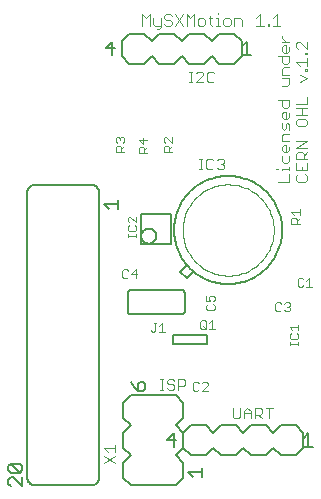
<source format=gto>
G75*
%MOIN*%
%OFA0B0*%
%FSLAX24Y24*%
%IPPOS*%
%LPD*%
%AMOC8*
5,1,8,0,0,1.08239X$1,22.5*
%
%ADD10C,0.0030*%
%ADD11C,0.0060*%
%ADD12C,0.0050*%
%ADD13C,0.0040*%
%ADD14C,0.0020*%
D10*
X004174Y007109D02*
X004271Y007109D01*
X004319Y007158D01*
X004420Y007254D02*
X004614Y007254D01*
X004565Y007109D02*
X004565Y007400D01*
X004420Y007254D01*
X004319Y007351D02*
X004271Y007400D01*
X004174Y007400D01*
X004126Y007351D01*
X004126Y007158D01*
X004174Y007109D01*
X004295Y008479D02*
X004295Y008576D01*
X004295Y008528D02*
X004585Y008528D01*
X004585Y008576D02*
X004585Y008479D01*
X004537Y008676D02*
X004585Y008724D01*
X004585Y008821D01*
X004537Y008869D01*
X004585Y008970D02*
X004392Y009164D01*
X004343Y009164D01*
X004295Y009116D01*
X004295Y009019D01*
X004343Y008970D01*
X004343Y008869D02*
X004295Y008821D01*
X004295Y008724D01*
X004343Y008676D01*
X004537Y008676D01*
X004585Y008970D02*
X004585Y009164D01*
X004665Y011290D02*
X004665Y011435D01*
X004713Y011484D01*
X004810Y011484D01*
X004858Y011435D01*
X004858Y011290D01*
X004858Y011387D02*
X004955Y011484D01*
X004810Y011585D02*
X004810Y011778D01*
X004955Y011730D02*
X004665Y011730D01*
X004810Y011585D01*
X004955Y011290D02*
X004665Y011290D01*
X004185Y011329D02*
X003895Y011329D01*
X003895Y011474D01*
X003943Y011523D01*
X004040Y011523D01*
X004088Y011474D01*
X004088Y011329D01*
X004088Y011426D02*
X004185Y011523D01*
X004137Y011624D02*
X004185Y011672D01*
X004185Y011769D01*
X004137Y011818D01*
X004088Y011818D01*
X004040Y011769D01*
X004040Y011721D01*
X004040Y011769D02*
X003992Y011818D01*
X003943Y011818D01*
X003895Y011769D01*
X003895Y011672D01*
X003943Y011624D01*
X005495Y011672D02*
X005543Y011624D01*
X005495Y011672D02*
X005495Y011769D01*
X005543Y011818D01*
X005592Y011818D01*
X005785Y011624D01*
X005785Y011818D01*
X005785Y011523D02*
X005688Y011426D01*
X005688Y011474D02*
X005688Y011329D01*
X005785Y011329D02*
X005495Y011329D01*
X005495Y011474D01*
X005543Y011523D01*
X005640Y011523D01*
X005688Y011474D01*
X005342Y015406D02*
X005280Y015406D01*
X005342Y015406D02*
X005403Y015468D01*
X005403Y015776D01*
X005525Y015776D02*
X005587Y015715D01*
X005710Y015715D01*
X005772Y015653D01*
X005772Y015591D01*
X005710Y015529D01*
X005587Y015529D01*
X005525Y015591D01*
X005403Y015529D02*
X005218Y015529D01*
X005157Y015591D01*
X005157Y015776D01*
X005035Y015900D02*
X005035Y015529D01*
X004788Y015529D02*
X004788Y015900D01*
X004912Y015776D01*
X005035Y015900D01*
X005525Y015838D02*
X005525Y015776D01*
X005525Y015838D02*
X005587Y015900D01*
X005710Y015900D01*
X005772Y015838D01*
X005893Y015900D02*
X006140Y015529D01*
X006262Y015529D02*
X006262Y015900D01*
X006385Y015776D01*
X006508Y015900D01*
X006508Y015529D01*
X006630Y015591D02*
X006630Y015715D01*
X006692Y015776D01*
X006815Y015776D01*
X006877Y015715D01*
X006877Y015591D01*
X006815Y015529D01*
X006692Y015529D01*
X006630Y015591D01*
X006998Y015776D02*
X007122Y015776D01*
X007060Y015838D02*
X007060Y015591D01*
X007122Y015529D01*
X007244Y015529D02*
X007367Y015529D01*
X007305Y015529D02*
X007305Y015776D01*
X007244Y015776D01*
X007305Y015900D02*
X007305Y015961D01*
X007551Y015776D02*
X007489Y015715D01*
X007489Y015591D01*
X007551Y015529D01*
X007674Y015529D01*
X007736Y015591D01*
X007736Y015715D01*
X007674Y015776D01*
X007551Y015776D01*
X007858Y015776D02*
X007858Y015529D01*
X007858Y015776D02*
X008043Y015776D01*
X008104Y015715D01*
X008104Y015529D01*
X008594Y015529D02*
X008841Y015529D01*
X008963Y015529D02*
X009024Y015529D01*
X009024Y015591D01*
X008963Y015591D01*
X008963Y015529D01*
X009147Y015529D02*
X009394Y015529D01*
X009270Y015529D02*
X009270Y015900D01*
X009147Y015776D01*
X008718Y015900D02*
X008718Y015529D01*
X008594Y015776D02*
X008718Y015900D01*
X009438Y015180D02*
X009438Y015118D01*
X009562Y014995D01*
X009562Y014873D02*
X009500Y014873D01*
X009438Y014812D01*
X009438Y014688D01*
X009500Y014626D01*
X009623Y014626D01*
X009685Y014688D01*
X009685Y014812D01*
X009562Y014873D02*
X009562Y014626D01*
X009685Y014505D02*
X009685Y014320D01*
X009623Y014258D01*
X009500Y014258D01*
X009438Y014320D01*
X009438Y014505D01*
X009315Y014505D02*
X009685Y014505D01*
X009915Y014320D02*
X010285Y014320D01*
X010285Y014197D02*
X010285Y014444D01*
X010285Y014565D02*
X010285Y014627D01*
X010223Y014627D01*
X010223Y014565D01*
X010285Y014565D01*
X010285Y014749D02*
X010038Y014996D01*
X009976Y014996D01*
X009915Y014934D01*
X009915Y014811D01*
X009976Y014749D01*
X009685Y014995D02*
X009438Y014995D01*
X009915Y014320D02*
X010038Y014197D01*
X010223Y014074D02*
X010285Y014074D01*
X010285Y014013D01*
X010223Y014013D01*
X010223Y014074D01*
X010038Y013891D02*
X010285Y013768D01*
X010038Y013644D01*
X009685Y013583D02*
X009685Y013768D01*
X009438Y013768D01*
X009438Y013890D02*
X009438Y014075D01*
X009500Y014137D01*
X009685Y014137D01*
X009685Y013890D02*
X009438Y013890D01*
X009438Y013521D02*
X009623Y013521D01*
X009685Y013583D01*
X009685Y013032D02*
X009685Y012847D01*
X009623Y012785D01*
X009500Y012785D01*
X009438Y012847D01*
X009438Y013032D01*
X009315Y013032D02*
X009685Y013032D01*
X009915Y012908D02*
X010285Y012908D01*
X010285Y013154D01*
X010285Y012786D02*
X009915Y012786D01*
X010100Y012786D02*
X010100Y012539D01*
X010223Y012418D02*
X009976Y012418D01*
X009915Y012356D01*
X009915Y012233D01*
X009976Y012171D01*
X010223Y012171D01*
X010285Y012233D01*
X010285Y012356D01*
X010223Y012418D01*
X010285Y012539D02*
X009915Y012539D01*
X009685Y012478D02*
X009623Y012416D01*
X009500Y012416D01*
X009438Y012478D01*
X009438Y012602D01*
X009500Y012663D01*
X009562Y012663D01*
X009562Y012416D01*
X009623Y012295D02*
X009562Y012233D01*
X009562Y012110D01*
X009500Y012048D01*
X009438Y012110D01*
X009438Y012295D01*
X009623Y012295D02*
X009685Y012233D01*
X009685Y012048D01*
X009685Y011927D02*
X009500Y011927D01*
X009438Y011865D01*
X009438Y011680D01*
X009685Y011680D01*
X009562Y011558D02*
X009562Y011312D01*
X009623Y011312D02*
X009500Y011312D01*
X009438Y011373D01*
X009438Y011497D01*
X009500Y011558D01*
X009562Y011558D01*
X009685Y011497D02*
X009685Y011373D01*
X009623Y011312D01*
X009685Y011190D02*
X009685Y011005D01*
X009623Y010943D01*
X009500Y010943D01*
X009438Y011005D01*
X009438Y011190D01*
X009438Y010759D02*
X009685Y010759D01*
X009685Y010698D02*
X009685Y010821D01*
X009685Y010576D02*
X009685Y010329D01*
X009315Y010329D01*
X009438Y010698D02*
X009438Y010759D01*
X009315Y010759D02*
X009253Y010759D01*
X009915Y010698D02*
X010285Y010698D01*
X010285Y010945D01*
X010285Y011066D02*
X009915Y011066D01*
X009915Y011251D01*
X009976Y011313D01*
X010100Y011313D01*
X010162Y011251D01*
X010162Y011066D01*
X010162Y011189D02*
X010285Y011313D01*
X010285Y011434D02*
X009915Y011434D01*
X010285Y011681D01*
X009915Y011681D01*
X009915Y010945D02*
X009915Y010698D01*
X009976Y010576D02*
X009915Y010515D01*
X009915Y010391D01*
X009976Y010329D01*
X010223Y010329D01*
X010285Y010391D01*
X010285Y010515D01*
X010223Y010576D01*
X010100Y010698D02*
X010100Y010821D01*
X010035Y009418D02*
X010035Y009224D01*
X010035Y009321D02*
X009745Y009321D01*
X009842Y009224D01*
X009890Y009123D02*
X009793Y009123D01*
X009745Y009074D01*
X009745Y008929D01*
X010035Y008929D01*
X009938Y008929D02*
X009938Y009074D01*
X009890Y009123D01*
X009938Y009026D02*
X010035Y009123D01*
X010013Y007120D02*
X009965Y007071D01*
X009965Y006878D01*
X010013Y006829D01*
X010110Y006829D01*
X010158Y006878D01*
X010260Y006829D02*
X010453Y006829D01*
X010356Y006829D02*
X010356Y007120D01*
X010260Y007023D01*
X010158Y007071D02*
X010110Y007120D01*
X010013Y007120D01*
X009665Y006300D02*
X009569Y006300D01*
X009520Y006251D01*
X009419Y006251D02*
X009371Y006300D01*
X009274Y006300D01*
X009226Y006251D01*
X009226Y006058D01*
X009274Y006009D01*
X009371Y006009D01*
X009419Y006058D01*
X009520Y006058D02*
X009569Y006009D01*
X009665Y006009D01*
X009714Y006058D01*
X009714Y006106D01*
X009665Y006154D01*
X009617Y006154D01*
X009665Y006154D02*
X009714Y006203D01*
X009714Y006251D01*
X009665Y006300D01*
X009985Y005564D02*
X009985Y005370D01*
X009985Y005467D02*
X009695Y005467D01*
X009792Y005370D01*
X009743Y005269D02*
X009695Y005221D01*
X009695Y005124D01*
X009743Y005076D01*
X009937Y005076D01*
X009985Y005124D01*
X009985Y005221D01*
X009937Y005269D01*
X009985Y004976D02*
X009985Y004879D01*
X009985Y004928D02*
X009695Y004928D01*
X009695Y004976D02*
X009695Y004879D01*
X007214Y005409D02*
X007020Y005409D01*
X007117Y005409D02*
X007117Y005700D01*
X007020Y005603D01*
X006919Y005651D02*
X006919Y005458D01*
X006871Y005409D01*
X006774Y005409D01*
X006726Y005458D01*
X006726Y005651D01*
X006774Y005700D01*
X006871Y005700D01*
X006919Y005651D01*
X006822Y005506D02*
X006919Y005409D01*
X006963Y006040D02*
X007157Y006040D01*
X007205Y006088D01*
X007205Y006185D01*
X007157Y006234D01*
X007157Y006335D02*
X007205Y006383D01*
X007205Y006480D01*
X007157Y006528D01*
X007060Y006528D01*
X007012Y006480D01*
X007012Y006431D01*
X007060Y006335D01*
X006915Y006335D01*
X006915Y006528D01*
X006963Y006234D02*
X006915Y006185D01*
X006915Y006088D01*
X006963Y006040D01*
X005553Y005329D02*
X005360Y005329D01*
X005456Y005329D02*
X005456Y005620D01*
X005360Y005523D01*
X005258Y005620D02*
X005162Y005620D01*
X005210Y005620D02*
X005210Y005378D01*
X005162Y005329D01*
X005113Y005329D01*
X005065Y005378D01*
X006524Y003650D02*
X006476Y003601D01*
X006476Y003408D01*
X006524Y003359D01*
X006621Y003359D01*
X006669Y003408D01*
X006770Y003359D02*
X006964Y003553D01*
X006964Y003601D01*
X006915Y003650D01*
X006819Y003650D01*
X006770Y003601D01*
X006669Y003601D02*
X006621Y003650D01*
X006524Y003650D01*
X006770Y003359D02*
X006964Y003359D01*
X009685Y012478D02*
X009685Y012602D01*
X010285Y014749D02*
X010285Y014996D01*
X006140Y015900D02*
X005893Y015529D01*
D11*
X005850Y015264D02*
X006100Y015014D01*
X006350Y015264D01*
X006850Y015264D01*
X007100Y015014D01*
X007350Y015264D01*
X007850Y015264D01*
X008100Y015014D01*
X008100Y014514D01*
X007850Y014264D01*
X007350Y014264D01*
X007100Y014514D01*
X006850Y014264D01*
X006350Y014264D01*
X006100Y014514D01*
X005850Y014264D01*
X005350Y014264D01*
X005100Y014514D01*
X004850Y014264D01*
X004350Y014264D01*
X004100Y014514D01*
X004100Y015014D01*
X004350Y015264D01*
X004850Y015264D01*
X005100Y015014D01*
X005350Y015264D01*
X005850Y015264D01*
X003100Y010214D02*
X001200Y010214D01*
X001170Y010212D01*
X001140Y010207D01*
X001111Y010198D01*
X001084Y010185D01*
X001058Y010170D01*
X001034Y010151D01*
X001013Y010130D01*
X000994Y010106D01*
X000979Y010080D01*
X000966Y010053D01*
X000957Y010024D01*
X000952Y009994D01*
X000950Y009964D01*
X000950Y000464D01*
X000952Y000434D01*
X000957Y000404D01*
X000966Y000375D01*
X000979Y000348D01*
X000994Y000322D01*
X001013Y000298D01*
X001034Y000277D01*
X001058Y000258D01*
X001084Y000243D01*
X001111Y000230D01*
X001140Y000221D01*
X001170Y000216D01*
X001200Y000214D01*
X003100Y000214D01*
X003130Y000216D01*
X003160Y000221D01*
X003189Y000230D01*
X003216Y000243D01*
X003242Y000258D01*
X003266Y000277D01*
X003287Y000298D01*
X003306Y000322D01*
X003321Y000348D01*
X003334Y000375D01*
X003343Y000404D01*
X003348Y000434D01*
X003350Y000464D01*
X003350Y009964D01*
X003348Y009994D01*
X003343Y010024D01*
X003334Y010053D01*
X003321Y010080D01*
X003306Y010106D01*
X003287Y010130D01*
X003266Y010151D01*
X003242Y010170D01*
X003216Y010185D01*
X003189Y010198D01*
X003160Y010207D01*
X003130Y010212D01*
X003100Y010214D01*
X004400Y006714D02*
X006100Y006714D01*
X006117Y006712D01*
X006134Y006708D01*
X006150Y006701D01*
X006164Y006691D01*
X006177Y006678D01*
X006187Y006664D01*
X006194Y006648D01*
X006198Y006631D01*
X006200Y006614D01*
X006200Y006014D01*
X006198Y005997D01*
X006194Y005980D01*
X006187Y005964D01*
X006177Y005950D01*
X006164Y005937D01*
X006150Y005927D01*
X006134Y005920D01*
X006117Y005916D01*
X006100Y005914D01*
X004400Y005914D01*
X004383Y005916D01*
X004366Y005920D01*
X004350Y005927D01*
X004336Y005937D01*
X004323Y005950D01*
X004313Y005964D01*
X004306Y005980D01*
X004302Y005997D01*
X004300Y006014D01*
X004300Y006614D01*
X004302Y006631D01*
X004306Y006648D01*
X004313Y006664D01*
X004323Y006678D01*
X004336Y006691D01*
X004350Y006701D01*
X004366Y006708D01*
X004383Y006712D01*
X004400Y006714D01*
X005820Y005214D02*
X005820Y004914D01*
X006960Y004914D01*
X006960Y005214D01*
X005820Y005214D01*
X005900Y003214D02*
X006150Y002964D01*
X006150Y002464D01*
X005900Y002214D01*
X006150Y001964D01*
X006400Y002214D01*
X006900Y002214D01*
X007150Y001964D01*
X007400Y002214D01*
X007900Y002214D01*
X008150Y001964D01*
X008400Y002214D01*
X008900Y002214D01*
X009150Y001964D01*
X009400Y002214D01*
X009900Y002214D01*
X010150Y001964D01*
X010150Y001464D01*
X009900Y001214D01*
X009400Y001214D01*
X009150Y001464D01*
X008900Y001214D01*
X008400Y001214D01*
X008150Y001464D01*
X007900Y001214D01*
X007400Y001214D01*
X007150Y001464D01*
X006900Y001214D01*
X006400Y001214D01*
X006150Y001464D01*
X006150Y001964D01*
X006150Y001464D01*
X005900Y001214D01*
X006150Y000964D01*
X006150Y000464D01*
X005900Y000214D01*
X004400Y000214D01*
X004150Y000464D01*
X004150Y000964D01*
X004400Y001214D01*
X004150Y001464D01*
X004150Y001964D01*
X004400Y002214D01*
X004150Y002464D01*
X004150Y002964D01*
X004400Y003214D01*
X005900Y003214D01*
D12*
X000325Y000394D02*
X000325Y000244D01*
X000400Y000169D01*
X000325Y000394D02*
X000400Y000469D01*
X000475Y000469D01*
X000775Y000169D01*
X000775Y000469D01*
X000700Y000629D02*
X000400Y000929D01*
X000700Y000929D01*
X000775Y000854D01*
X000775Y000704D01*
X000700Y000629D01*
X000400Y000629D01*
X000325Y000704D01*
X000325Y000854D01*
X000400Y000929D01*
X004500Y003489D02*
X004425Y003640D01*
X004500Y003489D02*
X004650Y003339D01*
X004650Y003565D01*
X004725Y003640D01*
X004800Y003640D01*
X004875Y003565D01*
X004875Y003414D01*
X004800Y003339D01*
X004650Y003339D01*
X005840Y001940D02*
X005615Y001715D01*
X005915Y001715D01*
X005840Y001940D02*
X005840Y001489D01*
X006325Y000639D02*
X006775Y000639D01*
X006775Y000489D02*
X006775Y000790D01*
X006475Y000489D02*
X006325Y000639D01*
X010165Y001489D02*
X010465Y001489D01*
X010315Y001489D02*
X010315Y001940D01*
X010165Y001790D01*
X006270Y007114D02*
X006480Y007324D01*
X006270Y007114D02*
X006060Y007324D01*
X006270Y007534D01*
X005750Y008264D02*
X004750Y008264D01*
X004750Y009264D01*
X005750Y009264D01*
X005750Y008264D01*
X004750Y008514D02*
X004752Y008545D01*
X004758Y008576D01*
X004768Y008606D01*
X004781Y008634D01*
X004798Y008661D01*
X004818Y008685D01*
X004841Y008707D01*
X004866Y008725D01*
X004894Y008740D01*
X004923Y008752D01*
X004953Y008760D01*
X004984Y008764D01*
X005016Y008764D01*
X005047Y008760D01*
X005077Y008752D01*
X005106Y008740D01*
X005134Y008725D01*
X005159Y008707D01*
X005182Y008685D01*
X005202Y008661D01*
X005219Y008634D01*
X005232Y008606D01*
X005242Y008576D01*
X005248Y008545D01*
X005250Y008514D01*
X005248Y008483D01*
X005242Y008452D01*
X005232Y008422D01*
X005219Y008394D01*
X005202Y008367D01*
X005182Y008343D01*
X005159Y008321D01*
X005134Y008303D01*
X005106Y008288D01*
X005077Y008276D01*
X005047Y008268D01*
X005016Y008264D01*
X004984Y008264D01*
X004953Y008268D01*
X004923Y008276D01*
X004894Y008288D01*
X004866Y008303D01*
X004841Y008321D01*
X004818Y008343D01*
X004798Y008367D01*
X004781Y008394D01*
X004768Y008422D01*
X004758Y008452D01*
X004752Y008483D01*
X004750Y008514D01*
X003975Y009429D02*
X003975Y009729D01*
X003975Y009579D02*
X003525Y009579D01*
X003675Y009429D01*
X003790Y014539D02*
X003790Y014990D01*
X003565Y014765D01*
X003865Y014765D01*
X005850Y008714D02*
X005852Y008798D01*
X005858Y008883D01*
X005868Y008966D01*
X005882Y009050D01*
X005899Y009132D01*
X005921Y009214D01*
X005946Y009294D01*
X005975Y009373D01*
X006008Y009451D01*
X006044Y009527D01*
X006084Y009602D01*
X006128Y009674D01*
X006174Y009745D01*
X006224Y009813D01*
X006277Y009878D01*
X006333Y009941D01*
X006392Y010002D01*
X006454Y010059D01*
X006518Y010114D01*
X006585Y010165D01*
X006654Y010214D01*
X006726Y010259D01*
X006799Y010300D01*
X006874Y010338D01*
X006951Y010373D01*
X007030Y010404D01*
X007110Y010431D01*
X007191Y010454D01*
X007273Y010474D01*
X007356Y010490D01*
X007439Y010502D01*
X007524Y010510D01*
X007608Y010514D01*
X007692Y010514D01*
X007776Y010510D01*
X007861Y010502D01*
X007944Y010490D01*
X008027Y010474D01*
X008109Y010454D01*
X008190Y010431D01*
X008270Y010404D01*
X008349Y010373D01*
X008426Y010338D01*
X008501Y010300D01*
X008574Y010259D01*
X008646Y010214D01*
X008715Y010165D01*
X008782Y010114D01*
X008846Y010059D01*
X008908Y010002D01*
X008967Y009941D01*
X009023Y009878D01*
X009076Y009813D01*
X009126Y009745D01*
X009172Y009674D01*
X009216Y009602D01*
X009256Y009527D01*
X009292Y009451D01*
X009325Y009373D01*
X009354Y009294D01*
X009379Y009214D01*
X009401Y009132D01*
X009418Y009050D01*
X009432Y008966D01*
X009442Y008883D01*
X009448Y008798D01*
X009450Y008714D01*
X009448Y008630D01*
X009442Y008545D01*
X009432Y008462D01*
X009418Y008378D01*
X009401Y008296D01*
X009379Y008214D01*
X009354Y008134D01*
X009325Y008055D01*
X009292Y007977D01*
X009256Y007901D01*
X009216Y007826D01*
X009172Y007754D01*
X009126Y007683D01*
X009076Y007615D01*
X009023Y007550D01*
X008967Y007487D01*
X008908Y007426D01*
X008846Y007369D01*
X008782Y007314D01*
X008715Y007263D01*
X008646Y007214D01*
X008574Y007169D01*
X008501Y007128D01*
X008426Y007090D01*
X008349Y007055D01*
X008270Y007024D01*
X008190Y006997D01*
X008109Y006974D01*
X008027Y006954D01*
X007944Y006938D01*
X007861Y006926D01*
X007776Y006918D01*
X007692Y006914D01*
X007608Y006914D01*
X007524Y006918D01*
X007439Y006926D01*
X007356Y006938D01*
X007273Y006954D01*
X007191Y006974D01*
X007110Y006997D01*
X007030Y007024D01*
X006951Y007055D01*
X006874Y007090D01*
X006799Y007128D01*
X006726Y007169D01*
X006654Y007214D01*
X006585Y007263D01*
X006518Y007314D01*
X006454Y007369D01*
X006392Y007426D01*
X006333Y007487D01*
X006277Y007550D01*
X006224Y007615D01*
X006174Y007683D01*
X006128Y007754D01*
X006084Y007826D01*
X006044Y007901D01*
X006008Y007977D01*
X005975Y008055D01*
X005946Y008134D01*
X005921Y008214D01*
X005899Y008296D01*
X005882Y008378D01*
X005868Y008462D01*
X005858Y008545D01*
X005852Y008630D01*
X005850Y008714D01*
X008115Y014539D02*
X008415Y014539D01*
X008265Y014539D02*
X008265Y014990D01*
X008115Y014840D01*
D13*
X007192Y013935D02*
X007132Y013995D01*
X007012Y013995D01*
X006952Y013935D01*
X006952Y013694D01*
X007012Y013634D01*
X007132Y013634D01*
X007192Y013694D01*
X006824Y013634D02*
X006583Y013634D01*
X006824Y013875D01*
X006824Y013935D01*
X006764Y013995D01*
X006643Y013995D01*
X006583Y013935D01*
X006458Y013995D02*
X006338Y013995D01*
X006398Y013995D02*
X006398Y013634D01*
X006338Y013634D02*
X006458Y013634D01*
X006670Y011095D02*
X006790Y011095D01*
X006730Y011095D02*
X006730Y010734D01*
X006670Y010734D02*
X006790Y010734D01*
X006916Y010794D02*
X006976Y010734D01*
X007096Y010734D01*
X007156Y010794D01*
X007284Y010794D02*
X007344Y010734D01*
X007464Y010734D01*
X007524Y010794D01*
X007524Y010854D01*
X007464Y010915D01*
X007404Y010915D01*
X007464Y010915D02*
X007524Y010975D01*
X007524Y011035D01*
X007464Y011095D01*
X007344Y011095D01*
X007284Y011035D01*
X007156Y011035D02*
X007096Y011095D01*
X006976Y011095D01*
X006916Y011035D01*
X006916Y010794D01*
X006164Y003745D02*
X005984Y003745D01*
X005984Y003384D01*
X005984Y003504D02*
X006164Y003504D01*
X006224Y003565D01*
X006224Y003685D01*
X006164Y003745D01*
X005856Y003685D02*
X005796Y003745D01*
X005676Y003745D01*
X005616Y003685D01*
X005616Y003625D01*
X005676Y003565D01*
X005796Y003565D01*
X005856Y003504D01*
X005856Y003444D01*
X005796Y003384D01*
X005676Y003384D01*
X005616Y003444D01*
X005490Y003384D02*
X005370Y003384D01*
X005430Y003384D02*
X005430Y003745D01*
X005370Y003745D02*
X005490Y003745D01*
X003880Y001556D02*
X003880Y001316D01*
X003880Y001436D02*
X003520Y001436D01*
X003640Y001316D01*
X003520Y001188D02*
X003880Y000948D01*
X003880Y001188D02*
X003520Y000948D01*
X007797Y002494D02*
X007857Y002434D01*
X007977Y002434D01*
X008037Y002494D01*
X008037Y002795D01*
X008165Y002675D02*
X008285Y002795D01*
X008405Y002675D01*
X008405Y002434D01*
X008533Y002434D02*
X008533Y002795D01*
X008714Y002795D01*
X008774Y002735D01*
X008774Y002615D01*
X008714Y002554D01*
X008533Y002554D01*
X008653Y002554D02*
X008774Y002434D01*
X009022Y002434D02*
X009022Y002795D01*
X008902Y002795D02*
X009142Y002795D01*
X008405Y002615D02*
X008165Y002615D01*
X008165Y002675D02*
X008165Y002434D01*
X007797Y002494D02*
X007797Y002795D01*
D14*
X006130Y008714D02*
X006132Y008792D01*
X006138Y008869D01*
X006148Y008946D01*
X006162Y009022D01*
X006179Y009098D01*
X006201Y009173D01*
X006226Y009246D01*
X006255Y009318D01*
X006288Y009388D01*
X006324Y009457D01*
X006364Y009524D01*
X006407Y009588D01*
X006453Y009651D01*
X006502Y009711D01*
X006555Y009768D01*
X006610Y009823D01*
X006668Y009874D01*
X006729Y009923D01*
X006791Y009968D01*
X006857Y010011D01*
X006924Y010049D01*
X006993Y010085D01*
X007064Y010116D01*
X007136Y010145D01*
X007210Y010169D01*
X007285Y010189D01*
X007361Y010206D01*
X007437Y010219D01*
X007514Y010228D01*
X007592Y010233D01*
X007669Y010234D01*
X007747Y010231D01*
X007824Y010224D01*
X007901Y010213D01*
X007977Y010198D01*
X008053Y010180D01*
X008127Y010157D01*
X008200Y010131D01*
X008272Y010101D01*
X008342Y010067D01*
X008410Y010030D01*
X008476Y009990D01*
X008540Y009946D01*
X008602Y009899D01*
X008661Y009849D01*
X008718Y009796D01*
X008772Y009740D01*
X008823Y009681D01*
X008871Y009620D01*
X008915Y009556D01*
X008957Y009491D01*
X008995Y009423D01*
X009029Y009353D01*
X009060Y009282D01*
X009087Y009209D01*
X009110Y009135D01*
X009130Y009060D01*
X009146Y008984D01*
X009158Y008908D01*
X009166Y008830D01*
X009170Y008753D01*
X009170Y008675D01*
X009166Y008598D01*
X009158Y008520D01*
X009146Y008444D01*
X009130Y008368D01*
X009110Y008293D01*
X009087Y008219D01*
X009060Y008146D01*
X009029Y008075D01*
X008995Y008005D01*
X008957Y007937D01*
X008915Y007872D01*
X008871Y007808D01*
X008823Y007747D01*
X008772Y007688D01*
X008718Y007632D01*
X008661Y007579D01*
X008602Y007529D01*
X008540Y007482D01*
X008476Y007438D01*
X008410Y007398D01*
X008342Y007361D01*
X008272Y007327D01*
X008200Y007297D01*
X008127Y007271D01*
X008053Y007248D01*
X007977Y007230D01*
X007901Y007215D01*
X007824Y007204D01*
X007747Y007197D01*
X007669Y007194D01*
X007592Y007195D01*
X007514Y007200D01*
X007437Y007209D01*
X007361Y007222D01*
X007285Y007239D01*
X007210Y007259D01*
X007136Y007283D01*
X007064Y007312D01*
X006993Y007343D01*
X006924Y007379D01*
X006857Y007417D01*
X006791Y007460D01*
X006729Y007505D01*
X006668Y007554D01*
X006610Y007605D01*
X006555Y007660D01*
X006502Y007717D01*
X006453Y007777D01*
X006407Y007840D01*
X006364Y007904D01*
X006324Y007971D01*
X006288Y008040D01*
X006255Y008110D01*
X006226Y008182D01*
X006201Y008255D01*
X006179Y008330D01*
X006162Y008406D01*
X006148Y008482D01*
X006138Y008559D01*
X006132Y008636D01*
X006130Y008714D01*
M02*

</source>
